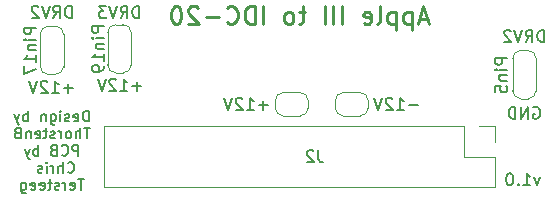
<source format=gbr>
%TF.GenerationSoftware,KiCad,Pcbnew,8.0.4*%
%TF.CreationDate,2024-09-19T23:06:26-05:00*%
%TF.ProjectId,IDC-26-Adapter-Rev1,4944432d-3236-42d4-9164-61707465722d,1.1*%
%TF.SameCoordinates,Original*%
%TF.FileFunction,Legend,Bot*%
%TF.FilePolarity,Positive*%
%FSLAX46Y46*%
G04 Gerber Fmt 4.6, Leading zero omitted, Abs format (unit mm)*
G04 Created by KiCad (PCBNEW 8.0.4) date 2024-09-19 23:06:26*
%MOMM*%
%LPD*%
G01*
G04 APERTURE LIST*
%ADD10C,0.150000*%
%ADD11C,0.250000*%
%ADD12C,0.120000*%
G04 APERTURE END LIST*
D10*
X173367458Y-100803152D02*
X173129363Y-101469819D01*
X173129363Y-101469819D02*
X172891268Y-100803152D01*
X171986506Y-101469819D02*
X172557934Y-101469819D01*
X172272220Y-101469819D02*
X172272220Y-100469819D01*
X172272220Y-100469819D02*
X172367458Y-100612676D01*
X172367458Y-100612676D02*
X172462696Y-100707914D01*
X172462696Y-100707914D02*
X172557934Y-100755533D01*
X171557934Y-101374580D02*
X171510315Y-101422200D01*
X171510315Y-101422200D02*
X171557934Y-101469819D01*
X171557934Y-101469819D02*
X171605553Y-101422200D01*
X171605553Y-101422200D02*
X171557934Y-101374580D01*
X171557934Y-101374580D02*
X171557934Y-101469819D01*
X170891268Y-100469819D02*
X170796030Y-100469819D01*
X170796030Y-100469819D02*
X170700792Y-100517438D01*
X170700792Y-100517438D02*
X170653173Y-100565057D01*
X170653173Y-100565057D02*
X170605554Y-100660295D01*
X170605554Y-100660295D02*
X170557935Y-100850771D01*
X170557935Y-100850771D02*
X170557935Y-101088866D01*
X170557935Y-101088866D02*
X170605554Y-101279342D01*
X170605554Y-101279342D02*
X170653173Y-101374580D01*
X170653173Y-101374580D02*
X170700792Y-101422200D01*
X170700792Y-101422200D02*
X170796030Y-101469819D01*
X170796030Y-101469819D02*
X170891268Y-101469819D01*
X170891268Y-101469819D02*
X170986506Y-101422200D01*
X170986506Y-101422200D02*
X171034125Y-101374580D01*
X171034125Y-101374580D02*
X171081744Y-101279342D01*
X171081744Y-101279342D02*
X171129363Y-101088866D01*
X171129363Y-101088866D02*
X171129363Y-100850771D01*
X171129363Y-100850771D02*
X171081744Y-100660295D01*
X171081744Y-100660295D02*
X171034125Y-100565057D01*
X171034125Y-100565057D02*
X170986506Y-100517438D01*
X170986506Y-100517438D02*
X170891268Y-100469819D01*
X135187142Y-96067257D02*
X135187142Y-95167257D01*
X135187142Y-95167257D02*
X134972856Y-95167257D01*
X134972856Y-95167257D02*
X134844285Y-95210114D01*
X134844285Y-95210114D02*
X134758570Y-95295828D01*
X134758570Y-95295828D02*
X134715713Y-95381542D01*
X134715713Y-95381542D02*
X134672856Y-95552971D01*
X134672856Y-95552971D02*
X134672856Y-95681542D01*
X134672856Y-95681542D02*
X134715713Y-95852971D01*
X134715713Y-95852971D02*
X134758570Y-95938685D01*
X134758570Y-95938685D02*
X134844285Y-96024400D01*
X134844285Y-96024400D02*
X134972856Y-96067257D01*
X134972856Y-96067257D02*
X135187142Y-96067257D01*
X133944285Y-96024400D02*
X134029999Y-96067257D01*
X134029999Y-96067257D02*
X134201428Y-96067257D01*
X134201428Y-96067257D02*
X134287142Y-96024400D01*
X134287142Y-96024400D02*
X134329999Y-95938685D01*
X134329999Y-95938685D02*
X134329999Y-95595828D01*
X134329999Y-95595828D02*
X134287142Y-95510114D01*
X134287142Y-95510114D02*
X134201428Y-95467257D01*
X134201428Y-95467257D02*
X134029999Y-95467257D01*
X134029999Y-95467257D02*
X133944285Y-95510114D01*
X133944285Y-95510114D02*
X133901428Y-95595828D01*
X133901428Y-95595828D02*
X133901428Y-95681542D01*
X133901428Y-95681542D02*
X134329999Y-95767257D01*
X133558570Y-96024400D02*
X133472856Y-96067257D01*
X133472856Y-96067257D02*
X133301427Y-96067257D01*
X133301427Y-96067257D02*
X133215713Y-96024400D01*
X133215713Y-96024400D02*
X133172856Y-95938685D01*
X133172856Y-95938685D02*
X133172856Y-95895828D01*
X133172856Y-95895828D02*
X133215713Y-95810114D01*
X133215713Y-95810114D02*
X133301427Y-95767257D01*
X133301427Y-95767257D02*
X133429999Y-95767257D01*
X133429999Y-95767257D02*
X133515713Y-95724400D01*
X133515713Y-95724400D02*
X133558570Y-95638685D01*
X133558570Y-95638685D02*
X133558570Y-95595828D01*
X133558570Y-95595828D02*
X133515713Y-95510114D01*
X133515713Y-95510114D02*
X133429999Y-95467257D01*
X133429999Y-95467257D02*
X133301427Y-95467257D01*
X133301427Y-95467257D02*
X133215713Y-95510114D01*
X132787142Y-96067257D02*
X132787142Y-95467257D01*
X132787142Y-95167257D02*
X132829999Y-95210114D01*
X132829999Y-95210114D02*
X132787142Y-95252971D01*
X132787142Y-95252971D02*
X132744285Y-95210114D01*
X132744285Y-95210114D02*
X132787142Y-95167257D01*
X132787142Y-95167257D02*
X132787142Y-95252971D01*
X131972857Y-95467257D02*
X131972857Y-96195828D01*
X131972857Y-96195828D02*
X132015714Y-96281542D01*
X132015714Y-96281542D02*
X132058571Y-96324400D01*
X132058571Y-96324400D02*
X132144285Y-96367257D01*
X132144285Y-96367257D02*
X132272857Y-96367257D01*
X132272857Y-96367257D02*
X132358571Y-96324400D01*
X131972857Y-96024400D02*
X132058571Y-96067257D01*
X132058571Y-96067257D02*
X132229999Y-96067257D01*
X132229999Y-96067257D02*
X132315714Y-96024400D01*
X132315714Y-96024400D02*
X132358571Y-95981542D01*
X132358571Y-95981542D02*
X132401428Y-95895828D01*
X132401428Y-95895828D02*
X132401428Y-95638685D01*
X132401428Y-95638685D02*
X132358571Y-95552971D01*
X132358571Y-95552971D02*
X132315714Y-95510114D01*
X132315714Y-95510114D02*
X132229999Y-95467257D01*
X132229999Y-95467257D02*
X132058571Y-95467257D01*
X132058571Y-95467257D02*
X131972857Y-95510114D01*
X131544285Y-95467257D02*
X131544285Y-96067257D01*
X131544285Y-95552971D02*
X131501428Y-95510114D01*
X131501428Y-95510114D02*
X131415713Y-95467257D01*
X131415713Y-95467257D02*
X131287142Y-95467257D01*
X131287142Y-95467257D02*
X131201428Y-95510114D01*
X131201428Y-95510114D02*
X131158571Y-95595828D01*
X131158571Y-95595828D02*
X131158571Y-96067257D01*
X130044285Y-96067257D02*
X130044285Y-95167257D01*
X130044285Y-95510114D02*
X129958571Y-95467257D01*
X129958571Y-95467257D02*
X129787142Y-95467257D01*
X129787142Y-95467257D02*
X129701428Y-95510114D01*
X129701428Y-95510114D02*
X129658571Y-95552971D01*
X129658571Y-95552971D02*
X129615713Y-95638685D01*
X129615713Y-95638685D02*
X129615713Y-95895828D01*
X129615713Y-95895828D02*
X129658571Y-95981542D01*
X129658571Y-95981542D02*
X129701428Y-96024400D01*
X129701428Y-96024400D02*
X129787142Y-96067257D01*
X129787142Y-96067257D02*
X129958571Y-96067257D01*
X129958571Y-96067257D02*
X130044285Y-96024400D01*
X129315713Y-95467257D02*
X129101427Y-96067257D01*
X128887142Y-95467257D02*
X129101427Y-96067257D01*
X129101427Y-96067257D02*
X129187142Y-96281542D01*
X129187142Y-96281542D02*
X129229999Y-96324400D01*
X129229999Y-96324400D02*
X129315713Y-96367257D01*
X135294285Y-96616207D02*
X134780000Y-96616207D01*
X135037142Y-97516207D02*
X135037142Y-96616207D01*
X134480000Y-97516207D02*
X134480000Y-96616207D01*
X134094286Y-97516207D02*
X134094286Y-97044778D01*
X134094286Y-97044778D02*
X134137143Y-96959064D01*
X134137143Y-96959064D02*
X134222857Y-96916207D01*
X134222857Y-96916207D02*
X134351428Y-96916207D01*
X134351428Y-96916207D02*
X134437143Y-96959064D01*
X134437143Y-96959064D02*
X134480000Y-97001921D01*
X133537142Y-97516207D02*
X133622857Y-97473350D01*
X133622857Y-97473350D02*
X133665714Y-97430492D01*
X133665714Y-97430492D02*
X133708571Y-97344778D01*
X133708571Y-97344778D02*
X133708571Y-97087635D01*
X133708571Y-97087635D02*
X133665714Y-97001921D01*
X133665714Y-97001921D02*
X133622857Y-96959064D01*
X133622857Y-96959064D02*
X133537142Y-96916207D01*
X133537142Y-96916207D02*
X133408571Y-96916207D01*
X133408571Y-96916207D02*
X133322857Y-96959064D01*
X133322857Y-96959064D02*
X133280000Y-97001921D01*
X133280000Y-97001921D02*
X133237142Y-97087635D01*
X133237142Y-97087635D02*
X133237142Y-97344778D01*
X133237142Y-97344778D02*
X133280000Y-97430492D01*
X133280000Y-97430492D02*
X133322857Y-97473350D01*
X133322857Y-97473350D02*
X133408571Y-97516207D01*
X133408571Y-97516207D02*
X133537142Y-97516207D01*
X132851428Y-97516207D02*
X132851428Y-96916207D01*
X132851428Y-97087635D02*
X132808571Y-97001921D01*
X132808571Y-97001921D02*
X132765714Y-96959064D01*
X132765714Y-96959064D02*
X132679999Y-96916207D01*
X132679999Y-96916207D02*
X132594285Y-96916207D01*
X132337142Y-97473350D02*
X132251428Y-97516207D01*
X132251428Y-97516207D02*
X132079999Y-97516207D01*
X132079999Y-97516207D02*
X131994285Y-97473350D01*
X131994285Y-97473350D02*
X131951428Y-97387635D01*
X131951428Y-97387635D02*
X131951428Y-97344778D01*
X131951428Y-97344778D02*
X131994285Y-97259064D01*
X131994285Y-97259064D02*
X132079999Y-97216207D01*
X132079999Y-97216207D02*
X132208571Y-97216207D01*
X132208571Y-97216207D02*
X132294285Y-97173350D01*
X132294285Y-97173350D02*
X132337142Y-97087635D01*
X132337142Y-97087635D02*
X132337142Y-97044778D01*
X132337142Y-97044778D02*
X132294285Y-96959064D01*
X132294285Y-96959064D02*
X132208571Y-96916207D01*
X132208571Y-96916207D02*
X132079999Y-96916207D01*
X132079999Y-96916207D02*
X131994285Y-96959064D01*
X131694285Y-96916207D02*
X131351428Y-96916207D01*
X131565714Y-96616207D02*
X131565714Y-97387635D01*
X131565714Y-97387635D02*
X131522857Y-97473350D01*
X131522857Y-97473350D02*
X131437142Y-97516207D01*
X131437142Y-97516207D02*
X131351428Y-97516207D01*
X130708571Y-97473350D02*
X130794285Y-97516207D01*
X130794285Y-97516207D02*
X130965714Y-97516207D01*
X130965714Y-97516207D02*
X131051428Y-97473350D01*
X131051428Y-97473350D02*
X131094285Y-97387635D01*
X131094285Y-97387635D02*
X131094285Y-97044778D01*
X131094285Y-97044778D02*
X131051428Y-96959064D01*
X131051428Y-96959064D02*
X130965714Y-96916207D01*
X130965714Y-96916207D02*
X130794285Y-96916207D01*
X130794285Y-96916207D02*
X130708571Y-96959064D01*
X130708571Y-96959064D02*
X130665714Y-97044778D01*
X130665714Y-97044778D02*
X130665714Y-97130492D01*
X130665714Y-97130492D02*
X131094285Y-97216207D01*
X130279999Y-96916207D02*
X130279999Y-97516207D01*
X130279999Y-97001921D02*
X130237142Y-96959064D01*
X130237142Y-96959064D02*
X130151427Y-96916207D01*
X130151427Y-96916207D02*
X130022856Y-96916207D01*
X130022856Y-96916207D02*
X129937142Y-96959064D01*
X129937142Y-96959064D02*
X129894285Y-97044778D01*
X129894285Y-97044778D02*
X129894285Y-97516207D01*
X129165713Y-97044778D02*
X129037141Y-97087635D01*
X129037141Y-97087635D02*
X128994284Y-97130492D01*
X128994284Y-97130492D02*
X128951427Y-97216207D01*
X128951427Y-97216207D02*
X128951427Y-97344778D01*
X128951427Y-97344778D02*
X128994284Y-97430492D01*
X128994284Y-97430492D02*
X129037141Y-97473350D01*
X129037141Y-97473350D02*
X129122856Y-97516207D01*
X129122856Y-97516207D02*
X129465713Y-97516207D01*
X129465713Y-97516207D02*
X129465713Y-96616207D01*
X129465713Y-96616207D02*
X129165713Y-96616207D01*
X129165713Y-96616207D02*
X129079999Y-96659064D01*
X129079999Y-96659064D02*
X129037141Y-96701921D01*
X129037141Y-96701921D02*
X128994284Y-96787635D01*
X128994284Y-96787635D02*
X128994284Y-96873350D01*
X128994284Y-96873350D02*
X129037141Y-96959064D01*
X129037141Y-96959064D02*
X129079999Y-97001921D01*
X129079999Y-97001921D02*
X129165713Y-97044778D01*
X129165713Y-97044778D02*
X129465713Y-97044778D01*
X134308571Y-98965157D02*
X134308571Y-98065157D01*
X134308571Y-98065157D02*
X133965714Y-98065157D01*
X133965714Y-98065157D02*
X133879999Y-98108014D01*
X133879999Y-98108014D02*
X133837142Y-98150871D01*
X133837142Y-98150871D02*
X133794285Y-98236585D01*
X133794285Y-98236585D02*
X133794285Y-98365157D01*
X133794285Y-98365157D02*
X133837142Y-98450871D01*
X133837142Y-98450871D02*
X133879999Y-98493728D01*
X133879999Y-98493728D02*
X133965714Y-98536585D01*
X133965714Y-98536585D02*
X134308571Y-98536585D01*
X132894285Y-98879442D02*
X132937142Y-98922300D01*
X132937142Y-98922300D02*
X133065714Y-98965157D01*
X133065714Y-98965157D02*
X133151428Y-98965157D01*
X133151428Y-98965157D02*
X133279999Y-98922300D01*
X133279999Y-98922300D02*
X133365714Y-98836585D01*
X133365714Y-98836585D02*
X133408571Y-98750871D01*
X133408571Y-98750871D02*
X133451428Y-98579442D01*
X133451428Y-98579442D02*
X133451428Y-98450871D01*
X133451428Y-98450871D02*
X133408571Y-98279442D01*
X133408571Y-98279442D02*
X133365714Y-98193728D01*
X133365714Y-98193728D02*
X133279999Y-98108014D01*
X133279999Y-98108014D02*
X133151428Y-98065157D01*
X133151428Y-98065157D02*
X133065714Y-98065157D01*
X133065714Y-98065157D02*
X132937142Y-98108014D01*
X132937142Y-98108014D02*
X132894285Y-98150871D01*
X132208571Y-98493728D02*
X132079999Y-98536585D01*
X132079999Y-98536585D02*
X132037142Y-98579442D01*
X132037142Y-98579442D02*
X131994285Y-98665157D01*
X131994285Y-98665157D02*
X131994285Y-98793728D01*
X131994285Y-98793728D02*
X132037142Y-98879442D01*
X132037142Y-98879442D02*
X132079999Y-98922300D01*
X132079999Y-98922300D02*
X132165714Y-98965157D01*
X132165714Y-98965157D02*
X132508571Y-98965157D01*
X132508571Y-98965157D02*
X132508571Y-98065157D01*
X132508571Y-98065157D02*
X132208571Y-98065157D01*
X132208571Y-98065157D02*
X132122857Y-98108014D01*
X132122857Y-98108014D02*
X132079999Y-98150871D01*
X132079999Y-98150871D02*
X132037142Y-98236585D01*
X132037142Y-98236585D02*
X132037142Y-98322300D01*
X132037142Y-98322300D02*
X132079999Y-98408014D01*
X132079999Y-98408014D02*
X132122857Y-98450871D01*
X132122857Y-98450871D02*
X132208571Y-98493728D01*
X132208571Y-98493728D02*
X132508571Y-98493728D01*
X130922857Y-98965157D02*
X130922857Y-98065157D01*
X130922857Y-98408014D02*
X130837143Y-98365157D01*
X130837143Y-98365157D02*
X130665714Y-98365157D01*
X130665714Y-98365157D02*
X130580000Y-98408014D01*
X130580000Y-98408014D02*
X130537143Y-98450871D01*
X130537143Y-98450871D02*
X130494285Y-98536585D01*
X130494285Y-98536585D02*
X130494285Y-98793728D01*
X130494285Y-98793728D02*
X130537143Y-98879442D01*
X130537143Y-98879442D02*
X130580000Y-98922300D01*
X130580000Y-98922300D02*
X130665714Y-98965157D01*
X130665714Y-98965157D02*
X130837143Y-98965157D01*
X130837143Y-98965157D02*
X130922857Y-98922300D01*
X130194285Y-98365157D02*
X129979999Y-98965157D01*
X129765714Y-98365157D02*
X129979999Y-98965157D01*
X129979999Y-98965157D02*
X130065714Y-99179442D01*
X130065714Y-99179442D02*
X130108571Y-99222300D01*
X130108571Y-99222300D02*
X130194285Y-99265157D01*
X133408570Y-100328392D02*
X133451427Y-100371250D01*
X133451427Y-100371250D02*
X133579999Y-100414107D01*
X133579999Y-100414107D02*
X133665713Y-100414107D01*
X133665713Y-100414107D02*
X133794284Y-100371250D01*
X133794284Y-100371250D02*
X133879999Y-100285535D01*
X133879999Y-100285535D02*
X133922856Y-100199821D01*
X133922856Y-100199821D02*
X133965713Y-100028392D01*
X133965713Y-100028392D02*
X133965713Y-99899821D01*
X133965713Y-99899821D02*
X133922856Y-99728392D01*
X133922856Y-99728392D02*
X133879999Y-99642678D01*
X133879999Y-99642678D02*
X133794284Y-99556964D01*
X133794284Y-99556964D02*
X133665713Y-99514107D01*
X133665713Y-99514107D02*
X133579999Y-99514107D01*
X133579999Y-99514107D02*
X133451427Y-99556964D01*
X133451427Y-99556964D02*
X133408570Y-99599821D01*
X133022856Y-100414107D02*
X133022856Y-99514107D01*
X132637142Y-100414107D02*
X132637142Y-99942678D01*
X132637142Y-99942678D02*
X132679999Y-99856964D01*
X132679999Y-99856964D02*
X132765713Y-99814107D01*
X132765713Y-99814107D02*
X132894284Y-99814107D01*
X132894284Y-99814107D02*
X132979999Y-99856964D01*
X132979999Y-99856964D02*
X133022856Y-99899821D01*
X132208570Y-100414107D02*
X132208570Y-99814107D01*
X132208570Y-99985535D02*
X132165713Y-99899821D01*
X132165713Y-99899821D02*
X132122856Y-99856964D01*
X132122856Y-99856964D02*
X132037141Y-99814107D01*
X132037141Y-99814107D02*
X131951427Y-99814107D01*
X131651427Y-100414107D02*
X131651427Y-99814107D01*
X131651427Y-99514107D02*
X131694284Y-99556964D01*
X131694284Y-99556964D02*
X131651427Y-99599821D01*
X131651427Y-99599821D02*
X131608570Y-99556964D01*
X131608570Y-99556964D02*
X131651427Y-99514107D01*
X131651427Y-99514107D02*
X131651427Y-99599821D01*
X131265713Y-100371250D02*
X131179999Y-100414107D01*
X131179999Y-100414107D02*
X131008570Y-100414107D01*
X131008570Y-100414107D02*
X130922856Y-100371250D01*
X130922856Y-100371250D02*
X130879999Y-100285535D01*
X130879999Y-100285535D02*
X130879999Y-100242678D01*
X130879999Y-100242678D02*
X130922856Y-100156964D01*
X130922856Y-100156964D02*
X131008570Y-100114107D01*
X131008570Y-100114107D02*
X131137142Y-100114107D01*
X131137142Y-100114107D02*
X131222856Y-100071250D01*
X131222856Y-100071250D02*
X131265713Y-99985535D01*
X131265713Y-99985535D02*
X131265713Y-99942678D01*
X131265713Y-99942678D02*
X131222856Y-99856964D01*
X131222856Y-99856964D02*
X131137142Y-99814107D01*
X131137142Y-99814107D02*
X131008570Y-99814107D01*
X131008570Y-99814107D02*
X130922856Y-99856964D01*
X134801428Y-100963057D02*
X134287143Y-100963057D01*
X134544285Y-101863057D02*
X134544285Y-100963057D01*
X133644286Y-101820200D02*
X133730000Y-101863057D01*
X133730000Y-101863057D02*
X133901429Y-101863057D01*
X133901429Y-101863057D02*
X133987143Y-101820200D01*
X133987143Y-101820200D02*
X134030000Y-101734485D01*
X134030000Y-101734485D02*
X134030000Y-101391628D01*
X134030000Y-101391628D02*
X133987143Y-101305914D01*
X133987143Y-101305914D02*
X133901429Y-101263057D01*
X133901429Y-101263057D02*
X133730000Y-101263057D01*
X133730000Y-101263057D02*
X133644286Y-101305914D01*
X133644286Y-101305914D02*
X133601429Y-101391628D01*
X133601429Y-101391628D02*
X133601429Y-101477342D01*
X133601429Y-101477342D02*
X134030000Y-101563057D01*
X133215714Y-101863057D02*
X133215714Y-101263057D01*
X133215714Y-101434485D02*
X133172857Y-101348771D01*
X133172857Y-101348771D02*
X133130000Y-101305914D01*
X133130000Y-101305914D02*
X133044285Y-101263057D01*
X133044285Y-101263057D02*
X132958571Y-101263057D01*
X132701428Y-101820200D02*
X132615714Y-101863057D01*
X132615714Y-101863057D02*
X132444285Y-101863057D01*
X132444285Y-101863057D02*
X132358571Y-101820200D01*
X132358571Y-101820200D02*
X132315714Y-101734485D01*
X132315714Y-101734485D02*
X132315714Y-101691628D01*
X132315714Y-101691628D02*
X132358571Y-101605914D01*
X132358571Y-101605914D02*
X132444285Y-101563057D01*
X132444285Y-101563057D02*
X132572857Y-101563057D01*
X132572857Y-101563057D02*
X132658571Y-101520200D01*
X132658571Y-101520200D02*
X132701428Y-101434485D01*
X132701428Y-101434485D02*
X132701428Y-101391628D01*
X132701428Y-101391628D02*
X132658571Y-101305914D01*
X132658571Y-101305914D02*
X132572857Y-101263057D01*
X132572857Y-101263057D02*
X132444285Y-101263057D01*
X132444285Y-101263057D02*
X132358571Y-101305914D01*
X132058571Y-101263057D02*
X131715714Y-101263057D01*
X131930000Y-100963057D02*
X131930000Y-101734485D01*
X131930000Y-101734485D02*
X131887143Y-101820200D01*
X131887143Y-101820200D02*
X131801428Y-101863057D01*
X131801428Y-101863057D02*
X131715714Y-101863057D01*
X131072857Y-101820200D02*
X131158571Y-101863057D01*
X131158571Y-101863057D02*
X131330000Y-101863057D01*
X131330000Y-101863057D02*
X131415714Y-101820200D01*
X131415714Y-101820200D02*
X131458571Y-101734485D01*
X131458571Y-101734485D02*
X131458571Y-101391628D01*
X131458571Y-101391628D02*
X131415714Y-101305914D01*
X131415714Y-101305914D02*
X131330000Y-101263057D01*
X131330000Y-101263057D02*
X131158571Y-101263057D01*
X131158571Y-101263057D02*
X131072857Y-101305914D01*
X131072857Y-101305914D02*
X131030000Y-101391628D01*
X131030000Y-101391628D02*
X131030000Y-101477342D01*
X131030000Y-101477342D02*
X131458571Y-101563057D01*
X130301428Y-101820200D02*
X130387142Y-101863057D01*
X130387142Y-101863057D02*
X130558571Y-101863057D01*
X130558571Y-101863057D02*
X130644285Y-101820200D01*
X130644285Y-101820200D02*
X130687142Y-101734485D01*
X130687142Y-101734485D02*
X130687142Y-101391628D01*
X130687142Y-101391628D02*
X130644285Y-101305914D01*
X130644285Y-101305914D02*
X130558571Y-101263057D01*
X130558571Y-101263057D02*
X130387142Y-101263057D01*
X130387142Y-101263057D02*
X130301428Y-101305914D01*
X130301428Y-101305914D02*
X130258571Y-101391628D01*
X130258571Y-101391628D02*
X130258571Y-101477342D01*
X130258571Y-101477342D02*
X130687142Y-101563057D01*
X129487142Y-101263057D02*
X129487142Y-101991628D01*
X129487142Y-101991628D02*
X129529999Y-102077342D01*
X129529999Y-102077342D02*
X129572856Y-102120200D01*
X129572856Y-102120200D02*
X129658570Y-102163057D01*
X129658570Y-102163057D02*
X129787142Y-102163057D01*
X129787142Y-102163057D02*
X129872856Y-102120200D01*
X129487142Y-101820200D02*
X129572856Y-101863057D01*
X129572856Y-101863057D02*
X129744284Y-101863057D01*
X129744284Y-101863057D02*
X129829999Y-101820200D01*
X129829999Y-101820200D02*
X129872856Y-101777342D01*
X129872856Y-101777342D02*
X129915713Y-101691628D01*
X129915713Y-101691628D02*
X129915713Y-101434485D01*
X129915713Y-101434485D02*
X129872856Y-101348771D01*
X129872856Y-101348771D02*
X129829999Y-101305914D01*
X129829999Y-101305914D02*
X129744284Y-101263057D01*
X129744284Y-101263057D02*
X129572856Y-101263057D01*
X129572856Y-101263057D02*
X129487142Y-101305914D01*
D11*
X163892142Y-87385857D02*
X163177857Y-87385857D01*
X164034999Y-87814428D02*
X163534999Y-86314428D01*
X163534999Y-86314428D02*
X163034999Y-87814428D01*
X162535000Y-86814428D02*
X162535000Y-88314428D01*
X162535000Y-86885857D02*
X162392143Y-86814428D01*
X162392143Y-86814428D02*
X162106428Y-86814428D01*
X162106428Y-86814428D02*
X161963571Y-86885857D01*
X161963571Y-86885857D02*
X161892143Y-86957285D01*
X161892143Y-86957285D02*
X161820714Y-87100142D01*
X161820714Y-87100142D02*
X161820714Y-87528714D01*
X161820714Y-87528714D02*
X161892143Y-87671571D01*
X161892143Y-87671571D02*
X161963571Y-87743000D01*
X161963571Y-87743000D02*
X162106428Y-87814428D01*
X162106428Y-87814428D02*
X162392143Y-87814428D01*
X162392143Y-87814428D02*
X162535000Y-87743000D01*
X161177857Y-86814428D02*
X161177857Y-88314428D01*
X161177857Y-86885857D02*
X161035000Y-86814428D01*
X161035000Y-86814428D02*
X160749285Y-86814428D01*
X160749285Y-86814428D02*
X160606428Y-86885857D01*
X160606428Y-86885857D02*
X160535000Y-86957285D01*
X160535000Y-86957285D02*
X160463571Y-87100142D01*
X160463571Y-87100142D02*
X160463571Y-87528714D01*
X160463571Y-87528714D02*
X160535000Y-87671571D01*
X160535000Y-87671571D02*
X160606428Y-87743000D01*
X160606428Y-87743000D02*
X160749285Y-87814428D01*
X160749285Y-87814428D02*
X161035000Y-87814428D01*
X161035000Y-87814428D02*
X161177857Y-87743000D01*
X159606428Y-87814428D02*
X159749285Y-87743000D01*
X159749285Y-87743000D02*
X159820714Y-87600142D01*
X159820714Y-87600142D02*
X159820714Y-86314428D01*
X158463571Y-87743000D02*
X158606428Y-87814428D01*
X158606428Y-87814428D02*
X158892143Y-87814428D01*
X158892143Y-87814428D02*
X159035000Y-87743000D01*
X159035000Y-87743000D02*
X159106428Y-87600142D01*
X159106428Y-87600142D02*
X159106428Y-87028714D01*
X159106428Y-87028714D02*
X159035000Y-86885857D01*
X159035000Y-86885857D02*
X158892143Y-86814428D01*
X158892143Y-86814428D02*
X158606428Y-86814428D01*
X158606428Y-86814428D02*
X158463571Y-86885857D01*
X158463571Y-86885857D02*
X158392143Y-87028714D01*
X158392143Y-87028714D02*
X158392143Y-87171571D01*
X158392143Y-87171571D02*
X159106428Y-87314428D01*
X156606429Y-87814428D02*
X156606429Y-86314428D01*
X155892143Y-87814428D02*
X155892143Y-86314428D01*
X155177857Y-87814428D02*
X155177857Y-86314428D01*
X153534999Y-86814428D02*
X152963571Y-86814428D01*
X153320714Y-86314428D02*
X153320714Y-87600142D01*
X153320714Y-87600142D02*
X153249285Y-87743000D01*
X153249285Y-87743000D02*
X153106428Y-87814428D01*
X153106428Y-87814428D02*
X152963571Y-87814428D01*
X152249285Y-87814428D02*
X152392142Y-87743000D01*
X152392142Y-87743000D02*
X152463571Y-87671571D01*
X152463571Y-87671571D02*
X152534999Y-87528714D01*
X152534999Y-87528714D02*
X152534999Y-87100142D01*
X152534999Y-87100142D02*
X152463571Y-86957285D01*
X152463571Y-86957285D02*
X152392142Y-86885857D01*
X152392142Y-86885857D02*
X152249285Y-86814428D01*
X152249285Y-86814428D02*
X152034999Y-86814428D01*
X152034999Y-86814428D02*
X151892142Y-86885857D01*
X151892142Y-86885857D02*
X151820714Y-86957285D01*
X151820714Y-86957285D02*
X151749285Y-87100142D01*
X151749285Y-87100142D02*
X151749285Y-87528714D01*
X151749285Y-87528714D02*
X151820714Y-87671571D01*
X151820714Y-87671571D02*
X151892142Y-87743000D01*
X151892142Y-87743000D02*
X152034999Y-87814428D01*
X152034999Y-87814428D02*
X152249285Y-87814428D01*
X149963571Y-87814428D02*
X149963571Y-86314428D01*
X149249285Y-87814428D02*
X149249285Y-86314428D01*
X149249285Y-86314428D02*
X148892142Y-86314428D01*
X148892142Y-86314428D02*
X148677856Y-86385857D01*
X148677856Y-86385857D02*
X148534999Y-86528714D01*
X148534999Y-86528714D02*
X148463570Y-86671571D01*
X148463570Y-86671571D02*
X148392142Y-86957285D01*
X148392142Y-86957285D02*
X148392142Y-87171571D01*
X148392142Y-87171571D02*
X148463570Y-87457285D01*
X148463570Y-87457285D02*
X148534999Y-87600142D01*
X148534999Y-87600142D02*
X148677856Y-87743000D01*
X148677856Y-87743000D02*
X148892142Y-87814428D01*
X148892142Y-87814428D02*
X149249285Y-87814428D01*
X146892142Y-87671571D02*
X146963570Y-87743000D01*
X146963570Y-87743000D02*
X147177856Y-87814428D01*
X147177856Y-87814428D02*
X147320713Y-87814428D01*
X147320713Y-87814428D02*
X147534999Y-87743000D01*
X147534999Y-87743000D02*
X147677856Y-87600142D01*
X147677856Y-87600142D02*
X147749285Y-87457285D01*
X147749285Y-87457285D02*
X147820713Y-87171571D01*
X147820713Y-87171571D02*
X147820713Y-86957285D01*
X147820713Y-86957285D02*
X147749285Y-86671571D01*
X147749285Y-86671571D02*
X147677856Y-86528714D01*
X147677856Y-86528714D02*
X147534999Y-86385857D01*
X147534999Y-86385857D02*
X147320713Y-86314428D01*
X147320713Y-86314428D02*
X147177856Y-86314428D01*
X147177856Y-86314428D02*
X146963570Y-86385857D01*
X146963570Y-86385857D02*
X146892142Y-86457285D01*
X146249285Y-87243000D02*
X145106428Y-87243000D01*
X144463570Y-86457285D02*
X144392142Y-86385857D01*
X144392142Y-86385857D02*
X144249285Y-86314428D01*
X144249285Y-86314428D02*
X143892142Y-86314428D01*
X143892142Y-86314428D02*
X143749285Y-86385857D01*
X143749285Y-86385857D02*
X143677856Y-86457285D01*
X143677856Y-86457285D02*
X143606427Y-86600142D01*
X143606427Y-86600142D02*
X143606427Y-86743000D01*
X143606427Y-86743000D02*
X143677856Y-86957285D01*
X143677856Y-86957285D02*
X144534999Y-87814428D01*
X144534999Y-87814428D02*
X143606427Y-87814428D01*
X142677856Y-86314428D02*
X142534999Y-86314428D01*
X142534999Y-86314428D02*
X142392142Y-86385857D01*
X142392142Y-86385857D02*
X142320714Y-86457285D01*
X142320714Y-86457285D02*
X142249285Y-86600142D01*
X142249285Y-86600142D02*
X142177856Y-86885857D01*
X142177856Y-86885857D02*
X142177856Y-87243000D01*
X142177856Y-87243000D02*
X142249285Y-87528714D01*
X142249285Y-87528714D02*
X142320714Y-87671571D01*
X142320714Y-87671571D02*
X142392142Y-87743000D01*
X142392142Y-87743000D02*
X142534999Y-87814428D01*
X142534999Y-87814428D02*
X142677856Y-87814428D01*
X142677856Y-87814428D02*
X142820714Y-87743000D01*
X142820714Y-87743000D02*
X142892142Y-87671571D01*
X142892142Y-87671571D02*
X142963571Y-87528714D01*
X142963571Y-87528714D02*
X143034999Y-87243000D01*
X143034999Y-87243000D02*
X143034999Y-86885857D01*
X143034999Y-86885857D02*
X142963571Y-86600142D01*
X142963571Y-86600142D02*
X142892142Y-86457285D01*
X142892142Y-86457285D02*
X142820714Y-86385857D01*
X142820714Y-86385857D02*
X142677856Y-86314428D01*
D10*
X136471819Y-88011238D02*
X135471819Y-88011238D01*
X135471819Y-88011238D02*
X135471819Y-88392190D01*
X135471819Y-88392190D02*
X135519438Y-88487428D01*
X135519438Y-88487428D02*
X135567057Y-88535047D01*
X135567057Y-88535047D02*
X135662295Y-88582666D01*
X135662295Y-88582666D02*
X135805152Y-88582666D01*
X135805152Y-88582666D02*
X135900390Y-88535047D01*
X135900390Y-88535047D02*
X135948009Y-88487428D01*
X135948009Y-88487428D02*
X135995628Y-88392190D01*
X135995628Y-88392190D02*
X135995628Y-88011238D01*
X136471819Y-89011238D02*
X135805152Y-89011238D01*
X135471819Y-89011238D02*
X135519438Y-88963619D01*
X135519438Y-88963619D02*
X135567057Y-89011238D01*
X135567057Y-89011238D02*
X135519438Y-89058857D01*
X135519438Y-89058857D02*
X135471819Y-89011238D01*
X135471819Y-89011238D02*
X135567057Y-89011238D01*
X135805152Y-89487428D02*
X136471819Y-89487428D01*
X135900390Y-89487428D02*
X135852771Y-89535047D01*
X135852771Y-89535047D02*
X135805152Y-89630285D01*
X135805152Y-89630285D02*
X135805152Y-89773142D01*
X135805152Y-89773142D02*
X135852771Y-89868380D01*
X135852771Y-89868380D02*
X135948009Y-89915999D01*
X135948009Y-89915999D02*
X136471819Y-89915999D01*
X136471819Y-90915999D02*
X136471819Y-90344571D01*
X136471819Y-90630285D02*
X135471819Y-90630285D01*
X135471819Y-90630285D02*
X135614676Y-90535047D01*
X135614676Y-90535047D02*
X135709914Y-90439809D01*
X135709914Y-90439809D02*
X135757533Y-90344571D01*
X136471819Y-91392190D02*
X136471819Y-91582666D01*
X136471819Y-91582666D02*
X136424200Y-91677904D01*
X136424200Y-91677904D02*
X136376580Y-91725523D01*
X136376580Y-91725523D02*
X136233723Y-91820761D01*
X136233723Y-91820761D02*
X136043247Y-91868380D01*
X136043247Y-91868380D02*
X135662295Y-91868380D01*
X135662295Y-91868380D02*
X135567057Y-91820761D01*
X135567057Y-91820761D02*
X135519438Y-91773142D01*
X135519438Y-91773142D02*
X135471819Y-91677904D01*
X135471819Y-91677904D02*
X135471819Y-91487428D01*
X135471819Y-91487428D02*
X135519438Y-91392190D01*
X135519438Y-91392190D02*
X135567057Y-91344571D01*
X135567057Y-91344571D02*
X135662295Y-91296952D01*
X135662295Y-91296952D02*
X135900390Y-91296952D01*
X135900390Y-91296952D02*
X135995628Y-91344571D01*
X135995628Y-91344571D02*
X136043247Y-91392190D01*
X136043247Y-91392190D02*
X136090866Y-91487428D01*
X136090866Y-91487428D02*
X136090866Y-91677904D01*
X136090866Y-91677904D02*
X136043247Y-91773142D01*
X136043247Y-91773142D02*
X135995628Y-91820761D01*
X135995628Y-91820761D02*
X135900390Y-91868380D01*
X139461666Y-87322819D02*
X139461666Y-86322819D01*
X139461666Y-86322819D02*
X139223571Y-86322819D01*
X139223571Y-86322819D02*
X139080714Y-86370438D01*
X139080714Y-86370438D02*
X138985476Y-86465676D01*
X138985476Y-86465676D02*
X138937857Y-86560914D01*
X138937857Y-86560914D02*
X138890238Y-86751390D01*
X138890238Y-86751390D02*
X138890238Y-86894247D01*
X138890238Y-86894247D02*
X138937857Y-87084723D01*
X138937857Y-87084723D02*
X138985476Y-87179961D01*
X138985476Y-87179961D02*
X139080714Y-87275200D01*
X139080714Y-87275200D02*
X139223571Y-87322819D01*
X139223571Y-87322819D02*
X139461666Y-87322819D01*
X137890238Y-87322819D02*
X138223571Y-86846628D01*
X138461666Y-87322819D02*
X138461666Y-86322819D01*
X138461666Y-86322819D02*
X138080714Y-86322819D01*
X138080714Y-86322819D02*
X137985476Y-86370438D01*
X137985476Y-86370438D02*
X137937857Y-86418057D01*
X137937857Y-86418057D02*
X137890238Y-86513295D01*
X137890238Y-86513295D02*
X137890238Y-86656152D01*
X137890238Y-86656152D02*
X137937857Y-86751390D01*
X137937857Y-86751390D02*
X137985476Y-86799009D01*
X137985476Y-86799009D02*
X138080714Y-86846628D01*
X138080714Y-86846628D02*
X138461666Y-86846628D01*
X137604523Y-86322819D02*
X137271190Y-87322819D01*
X137271190Y-87322819D02*
X136937857Y-86322819D01*
X136699761Y-86322819D02*
X136080714Y-86322819D01*
X136080714Y-86322819D02*
X136414047Y-86703771D01*
X136414047Y-86703771D02*
X136271190Y-86703771D01*
X136271190Y-86703771D02*
X136175952Y-86751390D01*
X136175952Y-86751390D02*
X136128333Y-86799009D01*
X136128333Y-86799009D02*
X136080714Y-86894247D01*
X136080714Y-86894247D02*
X136080714Y-87132342D01*
X136080714Y-87132342D02*
X136128333Y-87227580D01*
X136128333Y-87227580D02*
X136175952Y-87275200D01*
X136175952Y-87275200D02*
X136271190Y-87322819D01*
X136271190Y-87322819D02*
X136556904Y-87322819D01*
X136556904Y-87322819D02*
X136652142Y-87275200D01*
X136652142Y-87275200D02*
X136699761Y-87227580D01*
X139641904Y-93089866D02*
X138880000Y-93089866D01*
X139260952Y-93470819D02*
X139260952Y-92708914D01*
X137880000Y-93470819D02*
X138451428Y-93470819D01*
X138165714Y-93470819D02*
X138165714Y-92470819D01*
X138165714Y-92470819D02*
X138260952Y-92613676D01*
X138260952Y-92613676D02*
X138356190Y-92708914D01*
X138356190Y-92708914D02*
X138451428Y-92756533D01*
X137499047Y-92566057D02*
X137451428Y-92518438D01*
X137451428Y-92518438D02*
X137356190Y-92470819D01*
X137356190Y-92470819D02*
X137118095Y-92470819D01*
X137118095Y-92470819D02*
X137022857Y-92518438D01*
X137022857Y-92518438D02*
X136975238Y-92566057D01*
X136975238Y-92566057D02*
X136927619Y-92661295D01*
X136927619Y-92661295D02*
X136927619Y-92756533D01*
X136927619Y-92756533D02*
X136975238Y-92899390D01*
X136975238Y-92899390D02*
X137546666Y-93470819D01*
X137546666Y-93470819D02*
X136927619Y-93470819D01*
X136641904Y-92470819D02*
X136308571Y-93470819D01*
X136308571Y-93470819D02*
X135975238Y-92470819D01*
X170634819Y-90706429D02*
X169634819Y-90706429D01*
X169634819Y-90706429D02*
X169634819Y-91087381D01*
X169634819Y-91087381D02*
X169682438Y-91182619D01*
X169682438Y-91182619D02*
X169730057Y-91230238D01*
X169730057Y-91230238D02*
X169825295Y-91277857D01*
X169825295Y-91277857D02*
X169968152Y-91277857D01*
X169968152Y-91277857D02*
X170063390Y-91230238D01*
X170063390Y-91230238D02*
X170111009Y-91182619D01*
X170111009Y-91182619D02*
X170158628Y-91087381D01*
X170158628Y-91087381D02*
X170158628Y-90706429D01*
X170634819Y-91706429D02*
X169968152Y-91706429D01*
X169634819Y-91706429D02*
X169682438Y-91658810D01*
X169682438Y-91658810D02*
X169730057Y-91706429D01*
X169730057Y-91706429D02*
X169682438Y-91754048D01*
X169682438Y-91754048D02*
X169634819Y-91706429D01*
X169634819Y-91706429D02*
X169730057Y-91706429D01*
X169968152Y-92182619D02*
X170634819Y-92182619D01*
X170063390Y-92182619D02*
X170015771Y-92230238D01*
X170015771Y-92230238D02*
X169968152Y-92325476D01*
X169968152Y-92325476D02*
X169968152Y-92468333D01*
X169968152Y-92468333D02*
X170015771Y-92563571D01*
X170015771Y-92563571D02*
X170111009Y-92611190D01*
X170111009Y-92611190D02*
X170634819Y-92611190D01*
X169634819Y-93563571D02*
X169634819Y-93087381D01*
X169634819Y-93087381D02*
X170111009Y-93039762D01*
X170111009Y-93039762D02*
X170063390Y-93087381D01*
X170063390Y-93087381D02*
X170015771Y-93182619D01*
X170015771Y-93182619D02*
X170015771Y-93420714D01*
X170015771Y-93420714D02*
X170063390Y-93515952D01*
X170063390Y-93515952D02*
X170111009Y-93563571D01*
X170111009Y-93563571D02*
X170206247Y-93611190D01*
X170206247Y-93611190D02*
X170444342Y-93611190D01*
X170444342Y-93611190D02*
X170539580Y-93563571D01*
X170539580Y-93563571D02*
X170587200Y-93515952D01*
X170587200Y-93515952D02*
X170634819Y-93420714D01*
X170634819Y-93420714D02*
X170634819Y-93182619D01*
X170634819Y-93182619D02*
X170587200Y-93087381D01*
X170587200Y-93087381D02*
X170539580Y-93039762D01*
X172846904Y-94887438D02*
X172942142Y-94839819D01*
X172942142Y-94839819D02*
X173084999Y-94839819D01*
X173084999Y-94839819D02*
X173227856Y-94887438D01*
X173227856Y-94887438D02*
X173323094Y-94982676D01*
X173323094Y-94982676D02*
X173370713Y-95077914D01*
X173370713Y-95077914D02*
X173418332Y-95268390D01*
X173418332Y-95268390D02*
X173418332Y-95411247D01*
X173418332Y-95411247D02*
X173370713Y-95601723D01*
X173370713Y-95601723D02*
X173323094Y-95696961D01*
X173323094Y-95696961D02*
X173227856Y-95792200D01*
X173227856Y-95792200D02*
X173084999Y-95839819D01*
X173084999Y-95839819D02*
X172989761Y-95839819D01*
X172989761Y-95839819D02*
X172846904Y-95792200D01*
X172846904Y-95792200D02*
X172799285Y-95744580D01*
X172799285Y-95744580D02*
X172799285Y-95411247D01*
X172799285Y-95411247D02*
X172989761Y-95411247D01*
X172370713Y-95839819D02*
X172370713Y-94839819D01*
X172370713Y-94839819D02*
X171799285Y-95839819D01*
X171799285Y-95839819D02*
X171799285Y-94839819D01*
X171323094Y-95839819D02*
X171323094Y-94839819D01*
X171323094Y-94839819D02*
X171084999Y-94839819D01*
X171084999Y-94839819D02*
X170942142Y-94887438D01*
X170942142Y-94887438D02*
X170846904Y-94982676D01*
X170846904Y-94982676D02*
X170799285Y-95077914D01*
X170799285Y-95077914D02*
X170751666Y-95268390D01*
X170751666Y-95268390D02*
X170751666Y-95411247D01*
X170751666Y-95411247D02*
X170799285Y-95601723D01*
X170799285Y-95601723D02*
X170846904Y-95696961D01*
X170846904Y-95696961D02*
X170942142Y-95792200D01*
X170942142Y-95792200D02*
X171084999Y-95839819D01*
X171084999Y-95839819D02*
X171323094Y-95839819D01*
X173751666Y-89339819D02*
X173751666Y-88339819D01*
X173751666Y-88339819D02*
X173513571Y-88339819D01*
X173513571Y-88339819D02*
X173370714Y-88387438D01*
X173370714Y-88387438D02*
X173275476Y-88482676D01*
X173275476Y-88482676D02*
X173227857Y-88577914D01*
X173227857Y-88577914D02*
X173180238Y-88768390D01*
X173180238Y-88768390D02*
X173180238Y-88911247D01*
X173180238Y-88911247D02*
X173227857Y-89101723D01*
X173227857Y-89101723D02*
X173275476Y-89196961D01*
X173275476Y-89196961D02*
X173370714Y-89292200D01*
X173370714Y-89292200D02*
X173513571Y-89339819D01*
X173513571Y-89339819D02*
X173751666Y-89339819D01*
X172180238Y-89339819D02*
X172513571Y-88863628D01*
X172751666Y-89339819D02*
X172751666Y-88339819D01*
X172751666Y-88339819D02*
X172370714Y-88339819D01*
X172370714Y-88339819D02*
X172275476Y-88387438D01*
X172275476Y-88387438D02*
X172227857Y-88435057D01*
X172227857Y-88435057D02*
X172180238Y-88530295D01*
X172180238Y-88530295D02*
X172180238Y-88673152D01*
X172180238Y-88673152D02*
X172227857Y-88768390D01*
X172227857Y-88768390D02*
X172275476Y-88816009D01*
X172275476Y-88816009D02*
X172370714Y-88863628D01*
X172370714Y-88863628D02*
X172751666Y-88863628D01*
X171894523Y-88339819D02*
X171561190Y-89339819D01*
X171561190Y-89339819D02*
X171227857Y-88339819D01*
X170942142Y-88435057D02*
X170894523Y-88387438D01*
X170894523Y-88387438D02*
X170799285Y-88339819D01*
X170799285Y-88339819D02*
X170561190Y-88339819D01*
X170561190Y-88339819D02*
X170465952Y-88387438D01*
X170465952Y-88387438D02*
X170418333Y-88435057D01*
X170418333Y-88435057D02*
X170370714Y-88530295D01*
X170370714Y-88530295D02*
X170370714Y-88625533D01*
X170370714Y-88625533D02*
X170418333Y-88768390D01*
X170418333Y-88768390D02*
X170989761Y-89339819D01*
X170989761Y-89339819D02*
X170370714Y-89339819D01*
X154638333Y-98514819D02*
X154638333Y-99229104D01*
X154638333Y-99229104D02*
X154685952Y-99371961D01*
X154685952Y-99371961D02*
X154781190Y-99467200D01*
X154781190Y-99467200D02*
X154924047Y-99514819D01*
X154924047Y-99514819D02*
X155019285Y-99514819D01*
X154209761Y-98610057D02*
X154162142Y-98562438D01*
X154162142Y-98562438D02*
X154066904Y-98514819D01*
X154066904Y-98514819D02*
X153828809Y-98514819D01*
X153828809Y-98514819D02*
X153733571Y-98562438D01*
X153733571Y-98562438D02*
X153685952Y-98610057D01*
X153685952Y-98610057D02*
X153638333Y-98705295D01*
X153638333Y-98705295D02*
X153638333Y-98800533D01*
X153638333Y-98800533D02*
X153685952Y-98943390D01*
X153685952Y-98943390D02*
X154257380Y-99514819D01*
X154257380Y-99514819D02*
X153638333Y-99514819D01*
X130756819Y-88138238D02*
X129756819Y-88138238D01*
X129756819Y-88138238D02*
X129756819Y-88519190D01*
X129756819Y-88519190D02*
X129804438Y-88614428D01*
X129804438Y-88614428D02*
X129852057Y-88662047D01*
X129852057Y-88662047D02*
X129947295Y-88709666D01*
X129947295Y-88709666D02*
X130090152Y-88709666D01*
X130090152Y-88709666D02*
X130185390Y-88662047D01*
X130185390Y-88662047D02*
X130233009Y-88614428D01*
X130233009Y-88614428D02*
X130280628Y-88519190D01*
X130280628Y-88519190D02*
X130280628Y-88138238D01*
X130756819Y-89138238D02*
X130090152Y-89138238D01*
X129756819Y-89138238D02*
X129804438Y-89090619D01*
X129804438Y-89090619D02*
X129852057Y-89138238D01*
X129852057Y-89138238D02*
X129804438Y-89185857D01*
X129804438Y-89185857D02*
X129756819Y-89138238D01*
X129756819Y-89138238D02*
X129852057Y-89138238D01*
X130090152Y-89614428D02*
X130756819Y-89614428D01*
X130185390Y-89614428D02*
X130137771Y-89662047D01*
X130137771Y-89662047D02*
X130090152Y-89757285D01*
X130090152Y-89757285D02*
X130090152Y-89900142D01*
X130090152Y-89900142D02*
X130137771Y-89995380D01*
X130137771Y-89995380D02*
X130233009Y-90042999D01*
X130233009Y-90042999D02*
X130756819Y-90042999D01*
X130756819Y-91042999D02*
X130756819Y-90471571D01*
X130756819Y-90757285D02*
X129756819Y-90757285D01*
X129756819Y-90757285D02*
X129899676Y-90662047D01*
X129899676Y-90662047D02*
X129994914Y-90566809D01*
X129994914Y-90566809D02*
X130042533Y-90471571D01*
X129756819Y-91376333D02*
X129756819Y-92042999D01*
X129756819Y-92042999D02*
X130756819Y-91614428D01*
X133841904Y-93261866D02*
X133080000Y-93261866D01*
X133460952Y-93642819D02*
X133460952Y-92880914D01*
X132080000Y-93642819D02*
X132651428Y-93642819D01*
X132365714Y-93642819D02*
X132365714Y-92642819D01*
X132365714Y-92642819D02*
X132460952Y-92785676D01*
X132460952Y-92785676D02*
X132556190Y-92880914D01*
X132556190Y-92880914D02*
X132651428Y-92928533D01*
X131699047Y-92738057D02*
X131651428Y-92690438D01*
X131651428Y-92690438D02*
X131556190Y-92642819D01*
X131556190Y-92642819D02*
X131318095Y-92642819D01*
X131318095Y-92642819D02*
X131222857Y-92690438D01*
X131222857Y-92690438D02*
X131175238Y-92738057D01*
X131175238Y-92738057D02*
X131127619Y-92833295D01*
X131127619Y-92833295D02*
X131127619Y-92928533D01*
X131127619Y-92928533D02*
X131175238Y-93071390D01*
X131175238Y-93071390D02*
X131746666Y-93642819D01*
X131746666Y-93642819D02*
X131127619Y-93642819D01*
X130841904Y-92642819D02*
X130508571Y-93642819D01*
X130508571Y-93642819D02*
X130175238Y-92642819D01*
X133746666Y-87292819D02*
X133746666Y-86292819D01*
X133746666Y-86292819D02*
X133508571Y-86292819D01*
X133508571Y-86292819D02*
X133365714Y-86340438D01*
X133365714Y-86340438D02*
X133270476Y-86435676D01*
X133270476Y-86435676D02*
X133222857Y-86530914D01*
X133222857Y-86530914D02*
X133175238Y-86721390D01*
X133175238Y-86721390D02*
X133175238Y-86864247D01*
X133175238Y-86864247D02*
X133222857Y-87054723D01*
X133222857Y-87054723D02*
X133270476Y-87149961D01*
X133270476Y-87149961D02*
X133365714Y-87245200D01*
X133365714Y-87245200D02*
X133508571Y-87292819D01*
X133508571Y-87292819D02*
X133746666Y-87292819D01*
X132175238Y-87292819D02*
X132508571Y-86816628D01*
X132746666Y-87292819D02*
X132746666Y-86292819D01*
X132746666Y-86292819D02*
X132365714Y-86292819D01*
X132365714Y-86292819D02*
X132270476Y-86340438D01*
X132270476Y-86340438D02*
X132222857Y-86388057D01*
X132222857Y-86388057D02*
X132175238Y-86483295D01*
X132175238Y-86483295D02*
X132175238Y-86626152D01*
X132175238Y-86626152D02*
X132222857Y-86721390D01*
X132222857Y-86721390D02*
X132270476Y-86769009D01*
X132270476Y-86769009D02*
X132365714Y-86816628D01*
X132365714Y-86816628D02*
X132746666Y-86816628D01*
X131889523Y-86292819D02*
X131556190Y-87292819D01*
X131556190Y-87292819D02*
X131222857Y-86292819D01*
X130937142Y-86388057D02*
X130889523Y-86340438D01*
X130889523Y-86340438D02*
X130794285Y-86292819D01*
X130794285Y-86292819D02*
X130556190Y-86292819D01*
X130556190Y-86292819D02*
X130460952Y-86340438D01*
X130460952Y-86340438D02*
X130413333Y-86388057D01*
X130413333Y-86388057D02*
X130365714Y-86483295D01*
X130365714Y-86483295D02*
X130365714Y-86578533D01*
X130365714Y-86578533D02*
X130413333Y-86721390D01*
X130413333Y-86721390D02*
X130984761Y-87292819D01*
X130984761Y-87292819D02*
X130365714Y-87292819D01*
X150351904Y-94688866D02*
X149590000Y-94688866D01*
X149970952Y-95069819D02*
X149970952Y-94307914D01*
X148590000Y-95069819D02*
X149161428Y-95069819D01*
X148875714Y-95069819D02*
X148875714Y-94069819D01*
X148875714Y-94069819D02*
X148970952Y-94212676D01*
X148970952Y-94212676D02*
X149066190Y-94307914D01*
X149066190Y-94307914D02*
X149161428Y-94355533D01*
X148209047Y-94165057D02*
X148161428Y-94117438D01*
X148161428Y-94117438D02*
X148066190Y-94069819D01*
X148066190Y-94069819D02*
X147828095Y-94069819D01*
X147828095Y-94069819D02*
X147732857Y-94117438D01*
X147732857Y-94117438D02*
X147685238Y-94165057D01*
X147685238Y-94165057D02*
X147637619Y-94260295D01*
X147637619Y-94260295D02*
X147637619Y-94355533D01*
X147637619Y-94355533D02*
X147685238Y-94498390D01*
X147685238Y-94498390D02*
X148256666Y-95069819D01*
X148256666Y-95069819D02*
X147637619Y-95069819D01*
X147351904Y-94069819D02*
X147018571Y-95069819D01*
X147018571Y-95069819D02*
X146685238Y-94069819D01*
X163051904Y-94688866D02*
X162290000Y-94688866D01*
X161290000Y-95069819D02*
X161861428Y-95069819D01*
X161575714Y-95069819D02*
X161575714Y-94069819D01*
X161575714Y-94069819D02*
X161670952Y-94212676D01*
X161670952Y-94212676D02*
X161766190Y-94307914D01*
X161766190Y-94307914D02*
X161861428Y-94355533D01*
X160909047Y-94165057D02*
X160861428Y-94117438D01*
X160861428Y-94117438D02*
X160766190Y-94069819D01*
X160766190Y-94069819D02*
X160528095Y-94069819D01*
X160528095Y-94069819D02*
X160432857Y-94117438D01*
X160432857Y-94117438D02*
X160385238Y-94165057D01*
X160385238Y-94165057D02*
X160337619Y-94260295D01*
X160337619Y-94260295D02*
X160337619Y-94355533D01*
X160337619Y-94355533D02*
X160385238Y-94498390D01*
X160385238Y-94498390D02*
X160956666Y-95069819D01*
X160956666Y-95069819D02*
X160337619Y-95069819D01*
X160051904Y-94069819D02*
X159718571Y-95069819D01*
X159718571Y-95069819D02*
X159385238Y-94069819D01*
D12*
%TO.C,JP5*%
X136795000Y-88566000D02*
G75*
G02*
X137495000Y-87866000I700000J0D01*
G01*
X138095000Y-87866000D02*
G75*
G02*
X138795000Y-88566000I0J-700000D01*
G01*
X137495000Y-91966000D02*
G75*
G02*
X136795000Y-91266000I-1J699999D01*
G01*
X138795000Y-91266000D02*
G75*
G02*
X138095000Y-91966000I-699999J-1D01*
G01*
X137495000Y-87866000D02*
X138095000Y-87866000D01*
X136795000Y-91316000D02*
X136795000Y-88516000D01*
X138795000Y-88516000D02*
X138795000Y-91316000D01*
X138095000Y-91966000D02*
X137495000Y-91966000D01*
%TO.C,JP4*%
X172385000Y-94155000D02*
X171785000Y-94155000D01*
X173085000Y-90705000D02*
X173085000Y-93505000D01*
X171085000Y-93505000D02*
X171085000Y-90705000D01*
X171785000Y-90055000D02*
X172385000Y-90055000D01*
X173085000Y-93455000D02*
G75*
G02*
X172385000Y-94155000I-699999J-1D01*
G01*
X171785000Y-94155000D02*
G75*
G02*
X171085000Y-93455000I-1J699999D01*
G01*
X172385000Y-90055000D02*
G75*
G02*
X173085000Y-90755000I0J-700000D01*
G01*
X171085000Y-90755000D02*
G75*
G02*
X171785000Y-90055000I700000J0D01*
G01*
%TO.C,J2*%
X136465000Y-101660000D02*
X169605000Y-101660000D01*
X169605000Y-99060000D02*
X169605000Y-101660000D01*
X136465000Y-96460000D02*
X136465000Y-101660000D01*
X167005000Y-99060000D02*
X169605000Y-99060000D01*
X167005000Y-96460000D02*
X167005000Y-99060000D01*
X169605000Y-96460000D02*
X169605000Y-97790000D01*
X168275000Y-96460000D02*
X169605000Y-96460000D01*
X136465000Y-96460000D02*
X167005000Y-96460000D01*
%TO.C,JP2*%
X132380000Y-92093000D02*
X131780000Y-92093000D01*
X133080000Y-88643000D02*
X133080000Y-91443000D01*
X131080000Y-91443000D02*
X131080000Y-88643000D01*
X131780000Y-87993000D02*
X132380000Y-87993000D01*
X133080000Y-91393000D02*
G75*
G02*
X132380000Y-92093000I-699999J-1D01*
G01*
X131780000Y-92093000D02*
G75*
G02*
X131080000Y-91393000I-1J699999D01*
G01*
X132380000Y-87993000D02*
G75*
G02*
X133080000Y-88693000I0J-700000D01*
G01*
X131080000Y-88693000D02*
G75*
G02*
X131780000Y-87993000I700000J0D01*
G01*
%TO.C,JP1*%
X153785000Y-94315000D02*
X153785000Y-94915000D01*
X151685000Y-93615000D02*
X153085000Y-93615000D01*
X153085000Y-95615000D02*
X151685000Y-95615000D01*
X150985000Y-94915000D02*
X150985000Y-94315000D01*
X153085000Y-93615000D02*
G75*
G02*
X153785000Y-94315000I1J-699999D01*
G01*
X153785000Y-94915000D02*
G75*
G02*
X153085000Y-95615000I-699999J-1D01*
G01*
X150985000Y-94315000D02*
G75*
G02*
X151685000Y-93615000I700000J0D01*
G01*
X151685000Y-95615000D02*
G75*
G02*
X150985000Y-94915000I0J700000D01*
G01*
%TO.C,JP3*%
X158865000Y-94315000D02*
X158865000Y-94915000D01*
X156765000Y-93615000D02*
X158165000Y-93615000D01*
X158165000Y-95615000D02*
X156765000Y-95615000D01*
X156065000Y-94915000D02*
X156065000Y-94315000D01*
X158165000Y-93615000D02*
G75*
G02*
X158865000Y-94315000I1J-699999D01*
G01*
X158865000Y-94915000D02*
G75*
G02*
X158165000Y-95615000I-699999J-1D01*
G01*
X156065000Y-94315000D02*
G75*
G02*
X156765000Y-93615000I700000J0D01*
G01*
X156765000Y-95615000D02*
G75*
G02*
X156065000Y-94915000I0J700000D01*
G01*
%TD*%
M02*

</source>
